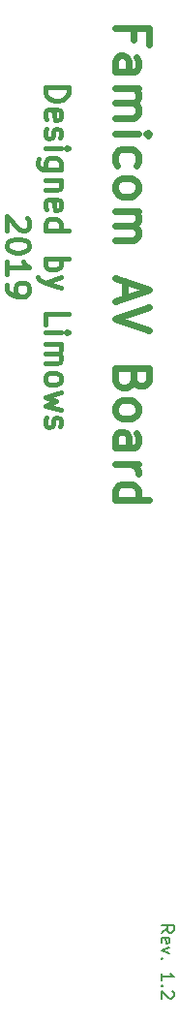
<source format=gbr>
G04 #@! TF.GenerationSoftware,KiCad,Pcbnew,(5.1.4)-1*
G04 #@! TF.CreationDate,2020-12-23T14:11:49+03:00*
G04 #@! TF.ProjectId,BlueFam,426c7565-4661-46d2-9e6b-696361645f70,rev?*
G04 #@! TF.SameCoordinates,Original*
G04 #@! TF.FileFunction,Legend,Top*
G04 #@! TF.FilePolarity,Positive*
%FSLAX46Y46*%
G04 Gerber Fmt 4.6, Leading zero omitted, Abs format (unit mm)*
G04 Created by KiCad (PCBNEW (5.1.4)-1) date 2020-12-23 14:11:49*
%MOMM*%
%LPD*%
G04 APERTURE LIST*
%ADD10C,0.200000*%
%ADD11C,0.400000*%
%ADD12C,0.600000*%
G04 APERTURE END LIST*
D10*
X71892380Y-102869523D02*
X72416190Y-102502857D01*
X71892380Y-102240952D02*
X72992380Y-102240952D01*
X72992380Y-102660000D01*
X72940000Y-102764761D01*
X72887619Y-102817142D01*
X72782857Y-102869523D01*
X72625714Y-102869523D01*
X72520952Y-102817142D01*
X72468571Y-102764761D01*
X72416190Y-102660000D01*
X72416190Y-102240952D01*
X71944761Y-103760000D02*
X71892380Y-103655238D01*
X71892380Y-103445714D01*
X71944761Y-103340952D01*
X72049523Y-103288571D01*
X72468571Y-103288571D01*
X72573333Y-103340952D01*
X72625714Y-103445714D01*
X72625714Y-103655238D01*
X72573333Y-103760000D01*
X72468571Y-103812380D01*
X72363809Y-103812380D01*
X72259047Y-103288571D01*
X72625714Y-104179047D02*
X71892380Y-104440952D01*
X72625714Y-104702857D01*
X71997142Y-105121904D02*
X71944761Y-105174285D01*
X71892380Y-105121904D01*
X71944761Y-105069523D01*
X71997142Y-105121904D01*
X71892380Y-105121904D01*
X71892380Y-107060000D02*
X71892380Y-106431428D01*
X71892380Y-106745714D02*
X72992380Y-106745714D01*
X72835238Y-106640952D01*
X72730476Y-106536190D01*
X72678095Y-106431428D01*
X71997142Y-107531428D02*
X71944761Y-107583809D01*
X71892380Y-107531428D01*
X71944761Y-107479047D01*
X71997142Y-107531428D01*
X71892380Y-107531428D01*
X72887619Y-108002857D02*
X72940000Y-108055238D01*
X72992380Y-108160000D01*
X72992380Y-108421904D01*
X72940000Y-108526666D01*
X72887619Y-108579047D01*
X72782857Y-108631428D01*
X72678095Y-108631428D01*
X72520952Y-108579047D01*
X71892380Y-107950476D01*
X71892380Y-108631428D01*
D11*
X61755238Y-29005476D02*
X63755238Y-29005476D01*
X63755238Y-29481666D01*
X63660000Y-29767380D01*
X63469523Y-29957857D01*
X63279047Y-30053095D01*
X62898095Y-30148333D01*
X62612380Y-30148333D01*
X62231428Y-30053095D01*
X62040952Y-29957857D01*
X61850476Y-29767380D01*
X61755238Y-29481666D01*
X61755238Y-29005476D01*
X61850476Y-31767380D02*
X61755238Y-31576904D01*
X61755238Y-31195952D01*
X61850476Y-31005476D01*
X62040952Y-30910238D01*
X62802857Y-30910238D01*
X62993333Y-31005476D01*
X63088571Y-31195952D01*
X63088571Y-31576904D01*
X62993333Y-31767380D01*
X62802857Y-31862619D01*
X62612380Y-31862619D01*
X62421904Y-30910238D01*
X61850476Y-32624523D02*
X61755238Y-32814999D01*
X61755238Y-33195952D01*
X61850476Y-33386428D01*
X62040952Y-33481666D01*
X62136190Y-33481666D01*
X62326666Y-33386428D01*
X62421904Y-33195952D01*
X62421904Y-32910238D01*
X62517142Y-32719761D01*
X62707619Y-32624523D01*
X62802857Y-32624523D01*
X62993333Y-32719761D01*
X63088571Y-32910238D01*
X63088571Y-33195952D01*
X62993333Y-33386428D01*
X61755238Y-34338809D02*
X63088571Y-34338809D01*
X63755238Y-34338809D02*
X63660000Y-34243571D01*
X63564761Y-34338809D01*
X63660000Y-34434047D01*
X63755238Y-34338809D01*
X63564761Y-34338809D01*
X63088571Y-36148333D02*
X61469523Y-36148333D01*
X61279047Y-36053095D01*
X61183809Y-35957857D01*
X61088571Y-35767380D01*
X61088571Y-35481666D01*
X61183809Y-35291190D01*
X61850476Y-36148333D02*
X61755238Y-35957857D01*
X61755238Y-35576904D01*
X61850476Y-35386428D01*
X61945714Y-35291190D01*
X62136190Y-35195952D01*
X62707619Y-35195952D01*
X62898095Y-35291190D01*
X62993333Y-35386428D01*
X63088571Y-35576904D01*
X63088571Y-35957857D01*
X62993333Y-36148333D01*
X63088571Y-37100714D02*
X61755238Y-37100714D01*
X62898095Y-37100714D02*
X62993333Y-37195952D01*
X63088571Y-37386428D01*
X63088571Y-37672142D01*
X62993333Y-37862619D01*
X62802857Y-37957857D01*
X61755238Y-37957857D01*
X61850476Y-39672142D02*
X61755238Y-39481666D01*
X61755238Y-39100714D01*
X61850476Y-38910238D01*
X62040952Y-38814999D01*
X62802857Y-38814999D01*
X62993333Y-38910238D01*
X63088571Y-39100714D01*
X63088571Y-39481666D01*
X62993333Y-39672142D01*
X62802857Y-39767380D01*
X62612380Y-39767380D01*
X62421904Y-38814999D01*
X61755238Y-41481666D02*
X63755238Y-41481666D01*
X61850476Y-41481666D02*
X61755238Y-41291190D01*
X61755238Y-40910238D01*
X61850476Y-40719761D01*
X61945714Y-40624523D01*
X62136190Y-40529285D01*
X62707619Y-40529285D01*
X62898095Y-40624523D01*
X62993333Y-40719761D01*
X63088571Y-40910238D01*
X63088571Y-41291190D01*
X62993333Y-41481666D01*
X61755238Y-43957857D02*
X63755238Y-43957857D01*
X62993333Y-43957857D02*
X63088571Y-44148333D01*
X63088571Y-44529285D01*
X62993333Y-44719761D01*
X62898095Y-44815000D01*
X62707619Y-44910238D01*
X62136190Y-44910238D01*
X61945714Y-44815000D01*
X61850476Y-44719761D01*
X61755238Y-44529285D01*
X61755238Y-44148333D01*
X61850476Y-43957857D01*
X63088571Y-45576904D02*
X61755238Y-46053095D01*
X63088571Y-46529285D02*
X61755238Y-46053095D01*
X61279047Y-45862619D01*
X61183809Y-45767380D01*
X61088571Y-45576904D01*
X61755238Y-49767380D02*
X61755238Y-48815000D01*
X63755238Y-48815000D01*
X61755238Y-50434047D02*
X63088571Y-50434047D01*
X63755238Y-50434047D02*
X63660000Y-50338809D01*
X63564761Y-50434047D01*
X63660000Y-50529285D01*
X63755238Y-50434047D01*
X63564761Y-50434047D01*
X61755238Y-51386428D02*
X63088571Y-51386428D01*
X62898095Y-51386428D02*
X62993333Y-51481666D01*
X63088571Y-51672142D01*
X63088571Y-51957857D01*
X62993333Y-52148333D01*
X62802857Y-52243571D01*
X61755238Y-52243571D01*
X62802857Y-52243571D02*
X62993333Y-52338809D01*
X63088571Y-52529285D01*
X63088571Y-52815000D01*
X62993333Y-53005476D01*
X62802857Y-53100714D01*
X61755238Y-53100714D01*
X61755238Y-54338809D02*
X61850476Y-54148333D01*
X61945714Y-54053095D01*
X62136190Y-53957857D01*
X62707619Y-53957857D01*
X62898095Y-54053095D01*
X62993333Y-54148333D01*
X63088571Y-54338809D01*
X63088571Y-54624523D01*
X62993333Y-54815000D01*
X62898095Y-54910238D01*
X62707619Y-55005476D01*
X62136190Y-55005476D01*
X61945714Y-54910238D01*
X61850476Y-54815000D01*
X61755238Y-54624523D01*
X61755238Y-54338809D01*
X63088571Y-55672142D02*
X61755238Y-56053095D01*
X62707619Y-56434047D01*
X61755238Y-56815000D01*
X63088571Y-57195952D01*
X61850476Y-57862619D02*
X61755238Y-58053095D01*
X61755238Y-58434047D01*
X61850476Y-58624523D01*
X62040952Y-58719761D01*
X62136190Y-58719761D01*
X62326666Y-58624523D01*
X62421904Y-58434047D01*
X62421904Y-58148333D01*
X62517142Y-57957857D01*
X62707619Y-57862619D01*
X62802857Y-57862619D01*
X62993333Y-57957857D01*
X63088571Y-58148333D01*
X63088571Y-58434047D01*
X62993333Y-58624523D01*
X60164761Y-40386428D02*
X60260000Y-40481666D01*
X60355238Y-40672142D01*
X60355238Y-41148333D01*
X60260000Y-41338809D01*
X60164761Y-41434047D01*
X59974285Y-41529285D01*
X59783809Y-41529285D01*
X59498095Y-41434047D01*
X58355238Y-40291190D01*
X58355238Y-41529285D01*
X60355238Y-42767380D02*
X60355238Y-42957857D01*
X60260000Y-43148333D01*
X60164761Y-43243571D01*
X59974285Y-43338809D01*
X59593333Y-43434047D01*
X59117142Y-43434047D01*
X58736190Y-43338809D01*
X58545714Y-43243571D01*
X58450476Y-43148333D01*
X58355238Y-42957857D01*
X58355238Y-42767380D01*
X58450476Y-42576904D01*
X58545714Y-42481666D01*
X58736190Y-42386428D01*
X59117142Y-42291190D01*
X59593333Y-42291190D01*
X59974285Y-42386428D01*
X60164761Y-42481666D01*
X60260000Y-42576904D01*
X60355238Y-42767380D01*
X58355238Y-45338809D02*
X58355238Y-44195952D01*
X58355238Y-44767380D02*
X60355238Y-44767380D01*
X60069523Y-44576904D01*
X59879047Y-44386428D01*
X59783809Y-44195952D01*
X58355238Y-46291190D02*
X58355238Y-46672142D01*
X58450476Y-46862619D01*
X58545714Y-46957857D01*
X58831428Y-47148333D01*
X59212380Y-47243571D01*
X59974285Y-47243571D01*
X60164761Y-47148333D01*
X60260000Y-47053095D01*
X60355238Y-46862619D01*
X60355238Y-46481666D01*
X60260000Y-46291190D01*
X60164761Y-46195952D01*
X59974285Y-46100714D01*
X59498095Y-46100714D01*
X59307619Y-46195952D01*
X59212380Y-46291190D01*
X59117142Y-46481666D01*
X59117142Y-46862619D01*
X59212380Y-47053095D01*
X59307619Y-47148333D01*
X59498095Y-47243571D01*
D12*
X69429285Y-24807142D02*
X69429285Y-23807142D01*
X67857857Y-23807142D02*
X70857857Y-23807142D01*
X70857857Y-25235714D01*
X67857857Y-27664285D02*
X69429285Y-27664285D01*
X69715000Y-27521428D01*
X69857857Y-27235714D01*
X69857857Y-26664285D01*
X69715000Y-26378571D01*
X68000714Y-27664285D02*
X67857857Y-27378571D01*
X67857857Y-26664285D01*
X68000714Y-26378571D01*
X68286428Y-26235714D01*
X68572142Y-26235714D01*
X68857857Y-26378571D01*
X69000714Y-26664285D01*
X69000714Y-27378571D01*
X69143571Y-27664285D01*
X67857857Y-29092857D02*
X69857857Y-29092857D01*
X69572142Y-29092857D02*
X69715000Y-29235714D01*
X69857857Y-29521428D01*
X69857857Y-29950000D01*
X69715000Y-30235714D01*
X69429285Y-30378571D01*
X67857857Y-30378571D01*
X69429285Y-30378571D02*
X69715000Y-30521428D01*
X69857857Y-30807142D01*
X69857857Y-31235714D01*
X69715000Y-31521428D01*
X69429285Y-31664285D01*
X67857857Y-31664285D01*
X67857857Y-33092857D02*
X69857857Y-33092857D01*
X70857857Y-33092857D02*
X70715000Y-32950000D01*
X70572142Y-33092857D01*
X70715000Y-33235714D01*
X70857857Y-33092857D01*
X70572142Y-33092857D01*
X68000714Y-35807142D02*
X67857857Y-35521428D01*
X67857857Y-34950000D01*
X68000714Y-34664285D01*
X68143571Y-34521428D01*
X68429285Y-34378571D01*
X69286428Y-34378571D01*
X69572142Y-34521428D01*
X69715000Y-34664285D01*
X69857857Y-34950000D01*
X69857857Y-35521428D01*
X69715000Y-35807142D01*
X67857857Y-37521428D02*
X68000714Y-37235714D01*
X68143571Y-37092857D01*
X68429285Y-36950000D01*
X69286428Y-36950000D01*
X69572142Y-37092857D01*
X69715000Y-37235714D01*
X69857857Y-37521428D01*
X69857857Y-37950000D01*
X69715000Y-38235714D01*
X69572142Y-38378571D01*
X69286428Y-38521428D01*
X68429285Y-38521428D01*
X68143571Y-38378571D01*
X68000714Y-38235714D01*
X67857857Y-37950000D01*
X67857857Y-37521428D01*
X67857857Y-39807142D02*
X69857857Y-39807142D01*
X69572142Y-39807142D02*
X69715000Y-39950000D01*
X69857857Y-40235714D01*
X69857857Y-40664285D01*
X69715000Y-40950000D01*
X69429285Y-41092857D01*
X67857857Y-41092857D01*
X69429285Y-41092857D02*
X69715000Y-41235714D01*
X69857857Y-41521428D01*
X69857857Y-41950000D01*
X69715000Y-42235714D01*
X69429285Y-42378571D01*
X67857857Y-42378571D01*
X68715000Y-45950000D02*
X68715000Y-47378571D01*
X67857857Y-45664285D02*
X70857857Y-46664285D01*
X67857857Y-47664285D01*
X70857857Y-48235714D02*
X67857857Y-49235714D01*
X70857857Y-50235714D01*
X69429285Y-54521428D02*
X69286428Y-54950000D01*
X69143571Y-55092857D01*
X68857857Y-55235714D01*
X68429285Y-55235714D01*
X68143571Y-55092857D01*
X68000714Y-54950000D01*
X67857857Y-54664285D01*
X67857857Y-53521428D01*
X70857857Y-53521428D01*
X70857857Y-54521428D01*
X70715000Y-54807142D01*
X70572142Y-54950000D01*
X70286428Y-55092857D01*
X70000714Y-55092857D01*
X69715000Y-54950000D01*
X69572142Y-54807142D01*
X69429285Y-54521428D01*
X69429285Y-53521428D01*
X67857857Y-56950000D02*
X68000714Y-56664285D01*
X68143571Y-56521428D01*
X68429285Y-56378571D01*
X69286428Y-56378571D01*
X69572142Y-56521428D01*
X69715000Y-56664285D01*
X69857857Y-56950000D01*
X69857857Y-57378571D01*
X69715000Y-57664285D01*
X69572142Y-57807142D01*
X69286428Y-57950000D01*
X68429285Y-57950000D01*
X68143571Y-57807142D01*
X68000714Y-57664285D01*
X67857857Y-57378571D01*
X67857857Y-56950000D01*
X67857857Y-60521428D02*
X69429285Y-60521428D01*
X69715000Y-60378571D01*
X69857857Y-60092857D01*
X69857857Y-59521428D01*
X69715000Y-59235714D01*
X68000714Y-60521428D02*
X67857857Y-60235714D01*
X67857857Y-59521428D01*
X68000714Y-59235714D01*
X68286428Y-59092857D01*
X68572142Y-59092857D01*
X68857857Y-59235714D01*
X69000714Y-59521428D01*
X69000714Y-60235714D01*
X69143571Y-60521428D01*
X67857857Y-61950000D02*
X69857857Y-61950000D01*
X69286428Y-61950000D02*
X69572142Y-62092857D01*
X69715000Y-62235714D01*
X69857857Y-62521428D01*
X69857857Y-62807142D01*
X67857857Y-65092857D02*
X70857857Y-65092857D01*
X68000714Y-65092857D02*
X67857857Y-64807142D01*
X67857857Y-64235714D01*
X68000714Y-63950000D01*
X68143571Y-63807142D01*
X68429285Y-63664285D01*
X69286428Y-63664285D01*
X69572142Y-63807142D01*
X69715000Y-63950000D01*
X69857857Y-64235714D01*
X69857857Y-64807142D01*
X69715000Y-65092857D01*
M02*

</source>
